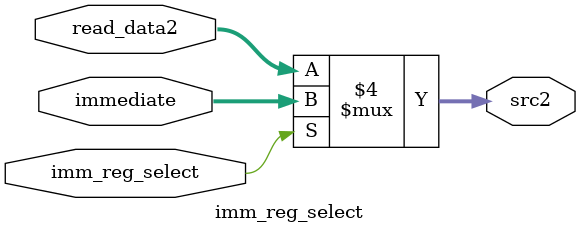
<source format=v>
`timescale 1ns/10ps

module imm_reg_select(src2,read_data2,immediate,imm_reg_select);
  output reg [31:0] src2;
  input [31:0] read_data2;
  input [31:0] immediate;
  input imm_reg_select;
 
 always @ (read_data2 or immediate or imm_reg_select) 
  begin
    if (imm_reg_select==0)begin
        src2<=read_data2;
        end
  
    else begin 
        src2<=immediate;
        end
  end
endmodule

</source>
